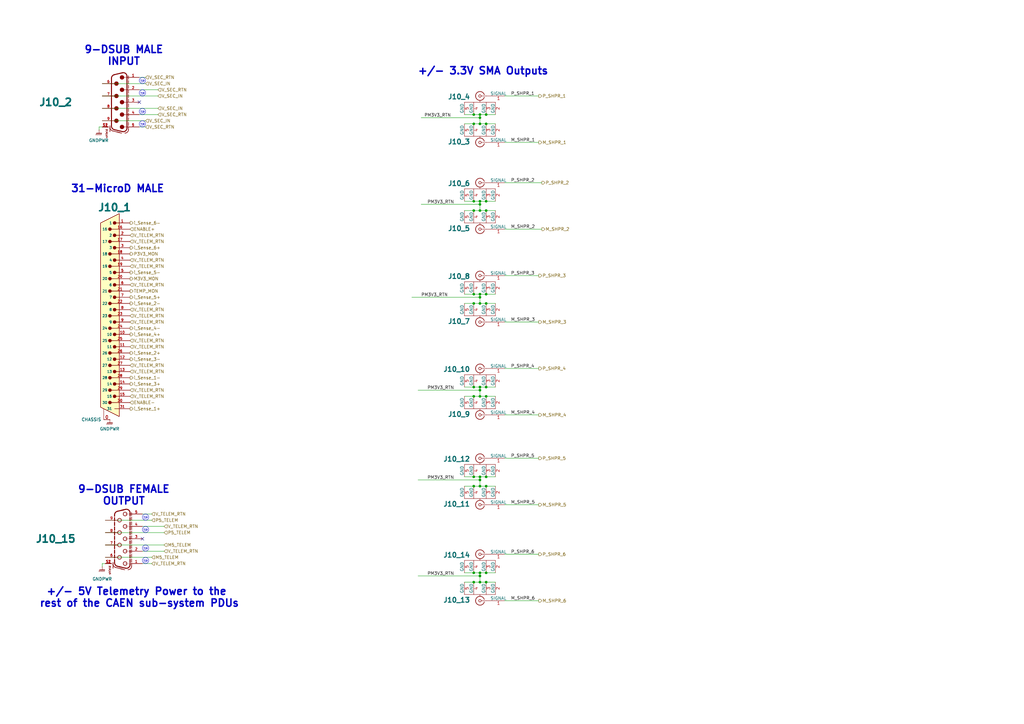
<source format=kicad_sch>
(kicad_sch (version 20250114) (generator "eeschema") (generator_version "9.0")
  (paper "A3")
  (lib_symbols
    (symbol "Adam_Tech:RF2-49B-T-00-50-G-HDW" (pin_names (offset 0))
      (property "Reference" "J" (at 14.732 20.32 0))
      (symbol "RF2-49B-T-00-50-G-HDW_1_1"
        (pin unspecified line (at 7.62 16.51 0) (length 5.08) (name "SIGNAL") (number "1"))
        (pin power_in line (at 11.43 8.89 90) (length 5.08) (name "GND") (number "2"))
        (pin power_in line (at 15.24 8.89 90) (length 5.08) (name "GND") (number "3"))
        (pin power_in line (at 20.32 8.89 90) (length 5.08) (name "GND") (number "4"))
        (pin power_in line (at 24.13 8.89 90) (length 5.08) (name "GND") (number "5"))
      )
      (symbol "RF2-49B-T-00-50-G-HDW_1_2"
        (pin unspecified line (at 0 0 0) (length 5.08) (name "SIGNAL") (number "1"))
        (pin unspecified line (at 0 -2.54 0) (length 5.08) (name "GND") (number "2"))
        (pin unspecified line (at 0 -5.08 0) (length 5.08) (name "GND") (number "3"))
        (pin unspecified line (at 0 -7.62 0) (length 5.08) (name "GND") (number "4"))
        (pin unspecified line (at 0 -10.16 0) (length 5.08) (name "GND") (number "5"))
      )
    )
    (symbol "Cinch_Connectivity:M83513_13-E01NP_MALE" (pin_names (offset 1.016))
      (property "Reference" "J" (at -8.89 44.45 0))
      (property "Value" "M83513_13-E01NP_MALE" (at -8.89 41.91 0))
      (symbol "M83513_13-E01NP_MALE_0_0"
        (pin bidirectional line (at -0.635 36.83 180) (length 6.35) (name "1") (number "1"))
        (pin bidirectional line (at -0.635 34.29 180) (length 8.255) (name "16") (number "16"))
        (pin bidirectional line (at -0.635 31.75 180) (length 6.35) (name "2") (number "2"))
        (pin bidirectional line (at -0.635 29.21 180) (length 8.255) (name "17") (number "17"))
        (pin bidirectional line (at -0.635 26.67 180) (length 6.35) (name "3") (number "3"))
        (pin bidirectional line (at -0.635 24.13 180) (length 8.255) (name "18") (number "18"))
        (pin bidirectional line (at -0.635 21.59 180) (length 6.35) (name "4") (number "4"))
        (pin bidirectional line (at -0.635 19.05 180) (length 8.255) (name "19") (number "19"))
        (pin bidirectional line (at -0.635 16.51 180) (length 6.35) (name "5") (number "5"))
        (pin bidirectional line (at -0.635 13.97 180) (length 8.255) (name "20") (number "20"))
        (pin bidirectional line (at -0.635 11.43 180) (length 6.35) (name "6") (number "6"))
        (pin bidirectional line (at -0.635 8.89 180) (length 8.255) (name "21") (number "21"))
        (pin bidirectional line (at -0.635 6.35 180) (length 6.35) (name "7") (number "7"))
        (pin bidirectional line (at -0.635 3.81 180) (length 8.255) (name "22") (number "22"))
        (pin bidirectional line (at -0.635 1.27 180) (length 6.35) (name "8") (number "8"))
        (pin bidirectional line (at -0.635 -1.27 180) (length 8.255) (name "23") (number "23"))
        (pin bidirectional line (at -0.635 -3.81 180) (length 6.35) (name "9") (number "9"))
        (pin bidirectional line (at -0.635 -8.89 180) (length 6.35) (name "10") (number "10"))
        (pin bidirectional line (at -0.635 -11.43 180) (length 8.255) (name "25") (number "25"))
        (pin bidirectional line (at -0.635 -13.97 180) (length 6.35) (name "11") (number "11"))
        (pin bidirectional line (at -0.635 -16.51 180) (length 8.255) (name "26") (number "26"))
        (pin bidirectional line (at -0.635 -19.05 180) (length 6.35) (name "12") (number "12"))
        (pin bidirectional line (at -0.635 -21.59 180) (length 8.255) (name "27") (number "27"))
        (pin bidirectional line (at -0.635 -24.13 180) (length 6.35) (name "13") (number "13"))
        (pin bidirectional line (at -0.635 -26.67 180) (length 8.255) (name "28") (number "28"))
        (pin bidirectional line (at -0.635 -29.21 180) (length 6.35) (name "14") (number "14"))
        (pin bidirectional line (at -0.635 -31.75 180) (length 8.255) (name "29") (number "29"))
        (pin bidirectional line (at -0.635 -34.29 180) (length 6.35) (name "15") (number "15"))
        (pin bidirectional line (at -0.635 -36.83 180) (length 8.255) (name "30") (number "30"))
        (pin bidirectional line (at -0.635 -39.37 180) (length 6.35) (name "31") (number "31"))
      )
      (symbol "M83513_13-E01NP_MALE_1_0"
        (pin bidirectional line (at -0.635 -6.35 180) (length 8.255) (name "24") (number "24"))
      )
      (symbol "M83513_13-E01NP_MALE_1_1"
        (pin passive line (at -8.89 -43.815 180) (length 2.54) (name "CHASSIS") (number "0"))
      )
    )
    (symbol "RF2-49B-T-00-50-G-HDW_1" (pin_names (offset 0))
      (property "Reference" "J" (at 14.732 20.32 0))
      (symbol "RF2-49B-T-00-50-G-HDW_1_1_1"
        (pin unspecified line (at 7.62 16.51 0) (length 5.08) (name "SIGNAL") (number "1"))
        (pin power_in line (at 11.43 8.89 90) (length 5.08) (name "GND") (number "2"))
        (pin power_in line (at 15.24 8.89 90) (length 5.08) (name "GND") (number "3"))
        (pin power_in line (at 20.32 8.89 90) (length 5.08) (name "GND") (number "4"))
        (pin power_in line (at 24.13 8.89 90) (length 5.08) (name "GND") (number "5"))
      )
      (symbol "RF2-49B-T-00-50-G-HDW_1_1_2"
        (pin unspecified line (at 0 0 0) (length 5.08) (name "SIGNAL") (number "1"))
        (pin unspecified line (at 0 -2.54 0) (length 5.08) (name "GND") (number "2"))
        (pin unspecified line (at 0 -5.08 0) (length 5.08) (name "GND") (number "3"))
        (pin unspecified line (at 0 -7.62 0) (length 5.08) (name "GND") (number "4"))
        (pin unspecified line (at 0 -10.16 0) (length 5.08) (name "GND") (number "5"))
      )
    )
    (symbol "RF2-49B-T-00-50-G-HDW_10" (pin_names (offset 0))
      (property "Reference" "J" (at 14.732 20.32 0))
      (symbol "RF2-49B-T-00-50-G-HDW_10_1_1"
        (pin unspecified line (at 7.62 16.51 0) (length 5.08) (name "SIGNAL") (number "1"))
        (pin power_in line (at 11.43 8.89 90) (length 5.08) (name "GND") (number "2"))
        (pin power_in line (at 15.24 8.89 90) (length 5.08) (name "GND") (number "3"))
        (pin power_in line (at 20.32 8.89 90) (length 5.08) (name "GND") (number "4"))
        (pin power_in line (at 24.13 8.89 90) (length 5.08) (name "GND") (number "5"))
      )
      (symbol "RF2-49B-T-00-50-G-HDW_10_1_2"
        (pin unspecified line (at 0 0 0) (length 5.08) (name "SIGNAL") (number "1"))
        (pin unspecified line (at 0 -2.54 0) (length 5.08) (name "GND") (number "2"))
        (pin unspecified line (at 0 -5.08 0) (length 5.08) (name "GND") (number "3"))
        (pin unspecified line (at 0 -7.62 0) (length 5.08) (name "GND") (number "4"))
        (pin unspecified line (at 0 -10.16 0) (length 5.08) (name "GND") (number "5"))
      )
    )
    (symbol "RF2-49B-T-00-50-G-HDW_11" (pin_names (offset 0))
      (property "Reference" "J" (at 14.732 20.32 0))
      (symbol "RF2-49B-T-00-50-G-HDW_11_1_1"
        (pin unspecified line (at 7.62 16.51 0) (length 5.08) (name "SIGNAL") (number "1"))
        (pin power_in line (at 11.43 8.89 90) (length 5.08) (name "GND") (number "2"))
        (pin power_in line (at 15.24 8.89 90) (length 5.08) (name "GND") (number "3"))
        (pin power_in line (at 20.32 8.89 90) (length 5.08) (name "GND") (number "4"))
        (pin power_in line (at 24.13 8.89 90) (length 5.08) (name "GND") (number "5"))
      )
      (symbol "RF2-49B-T-00-50-G-HDW_11_1_2"
        (pin unspecified line (at 0 0 0) (length 5.08) (name "SIGNAL") (number "1"))
        (pin unspecified line (at 0 -2.54 0) (length 5.08) (name "GND") (number "2"))
        (pin unspecified line (at 0 -5.08 0) (length 5.08) (name "GND") (number "3"))
        (pin unspecified line (at 0 -7.62 0) (length 5.08) (name "GND") (number "4"))
        (pin unspecified line (at 0 -10.16 0) (length 5.08) (name "GND") (number "5"))
      )
    )
    (symbol "RF2-49B-T-00-50-G-HDW_2" (pin_names (offset 0))
      (property "Reference" "J" (at 14.732 20.32 0))
      (symbol "RF2-49B-T-00-50-G-HDW_2_1_1"
        (pin unspecified line (at 7.62 16.51 0) (length 5.08) (name "SIGNAL") (number "1"))
        (pin power_in line (at 11.43 8.89 90) (length 5.08) (name "GND") (number "2"))
        (pin power_in line (at 15.24 8.89 90) (length 5.08) (name "GND") (number "3"))
        (pin power_in line (at 20.32 8.89 90) (length 5.08) (name "GND") (number "4"))
        (pin power_in line (at 24.13 8.89 90) (length 5.08) (name "GND") (number "5"))
      )
      (symbol "RF2-49B-T-00-50-G-HDW_2_1_2"
        (pin unspecified line (at 0 0 0) (length 5.08) (name "SIGNAL") (number "1"))
        (pin unspecified line (at 0 -2.54 0) (length 5.08) (name "GND") (number "2"))
        (pin unspecified line (at 0 -5.08 0) (length 5.08) (name "GND") (number "3"))
        (pin unspecified line (at 0 -7.62 0) (length 5.08) (name "GND") (number "4"))
        (pin unspecified line (at 0 -10.16 0) (length 5.08) (name "GND") (number "5"))
      )
    )
    (symbol "RF2-49B-T-00-50-G-HDW_3" (pin_names (offset 0))
      (property "Reference" "J" (at 14.732 20.32 0))
      (symbol "RF2-49B-T-00-50-G-HDW_3_1_1"
        (pin unspecified line (at 7.62 16.51 0) (length 5.08) (name "SIGNAL") (number "1"))
        (pin power_in line (at 11.43 8.89 90) (length 5.08) (name "GND") (number "2"))
        (pin power_in line (at 15.24 8.89 90) (length 5.08) (name "GND") (number "3"))
        (pin power_in line (at 20.32 8.89 90) (length 5.08) (name "GND") (number "4"))
        (pin power_in line (at 24.13 8.89 90) (length 5.08) (name "GND") (number "5"))
      )
      (symbol "RF2-49B-T-00-50-G-HDW_3_1_2"
        (pin unspecified line (at 0 0 0) (length 5.08) (name "SIGNAL") (number "1"))
        (pin unspecified line (at 0 -2.54 0) (length 5.08) (name "GND") (number "2"))
        (pin unspecified line (at 0 -5.08 0) (length 5.08) (name "GND") (number "3"))
        (pin unspecified line (at 0 -7.62 0) (length 5.08) (name "GND") (number "4"))
        (pin unspecified line (at 0 -10.16 0) (length 5.08) (name "GND") (number "5"))
      )
    )
    (symbol "RF2-49B-T-00-50-G-HDW_4" (pin_names (offset 0))
      (property "Reference" "J" (at 14.732 20.32 0))
      (symbol "RF2-49B-T-00-50-G-HDW_4_1_1"
        (pin unspecified line (at 7.62 16.51 0) (length 5.08) (name "SIGNAL") (number "1"))
        (pin power_in line (at 11.43 8.89 90) (length 5.08) (name "GND") (number "2"))
        (pin power_in line (at 15.24 8.89 90) (length 5.08) (name "GND") (number "3"))
        (pin power_in line (at 20.32 8.89 90) (length 5.08) (name "GND") (number "4"))
        (pin power_in line (at 24.13 8.89 90) (length 5.08) (name "GND") (number "5"))
      )
      (symbol "RF2-49B-T-00-50-G-HDW_4_1_2"
        (pin unspecified line (at 0 0 0) (length 5.08) (name "SIGNAL") (number "1"))
        (pin unspecified line (at 0 -2.54 0) (length 5.08) (name "GND") (number "2"))
        (pin unspecified line (at 0 -5.08 0) (length 5.08) (name "GND") (number "3"))
        (pin unspecified line (at 0 -7.62 0) (length 5.08) (name "GND") (number "4"))
        (pin unspecified line (at 0 -10.16 0) (length 5.08) (name "GND") (number "5"))
      )
    )
    (symbol "RF2-49B-T-00-50-G-HDW_5" (pin_names (offset 0))
      (property "Reference" "J" (at 14.732 20.32 0))
      (symbol "RF2-49B-T-00-50-G-HDW_5_1_1"
        (pin unspecified line (at 7.62 16.51 0) (length 5.08) (name "SIGNAL") (number "1"))
        (pin power_in line (at 11.43 8.89 90) (length 5.08) (name "GND") (number "2"))
        (pin power_in line (at 15.24 8.89 90) (length 5.08) (name "GND") (number "3"))
        (pin power_in line (at 20.32 8.89 90) (length 5.08) (name "GND") (number "4"))
        (pin power_in line (at 24.13 8.89 90) (length 5.08) (name "GND") (number "5"))
      )
      (symbol "RF2-49B-T-00-50-G-HDW_5_1_2"
        (pin unspecified line (at 0 0 0) (length 5.08) (name "SIGNAL") (number "1"))
        (pin unspecified line (at 0 -2.54 0) (length 5.08) (name "GND") (number "2"))
        (pin unspecified line (at 0 -5.08 0) (length 5.08) (name "GND") (number "3"))
        (pin unspecified line (at 0 -7.62 0) (length 5.08) (name "GND") (number "4"))
        (pin unspecified line (at 0 -10.16 0) (length 5.08) (name "GND") (number "5"))
      )
    )
    (symbol "RF2-49B-T-00-50-G-HDW_6" (pin_names (offset 0))
      (property "Reference" "J" (at 14.732 20.32 0))
      (symbol "RF2-49B-T-00-50-G-HDW_6_1_1"
        (pin unspecified line (at 7.62 16.51 0) (length 5.08) (name "SIGNAL") (number "1"))
        (pin power_in line (at 11.43 8.89 90) (length 5.08) (name "GND") (number "2"))
        (pin power_in line (at 15.24 8.89 90) (length 5.08) (name "GND") (number "3"))
        (pin power_in line (at 20.32 8.89 90) (length 5.08) (name "GND") (number "4"))
        (pin power_in line (at 24.13 8.89 90) (length 5.08) (name "GND") (number "5"))
      )
      (symbol "RF2-49B-T-00-50-G-HDW_6_1_2"
        (pin unspecified line (at 0 0 0) (length 5.08) (name "SIGNAL") (number "1"))
        (pin unspecified line (at 0 -2.54 0) (length 5.08) (name "GND") (number "2"))
        (pin unspecified line (at 0 -5.08 0) (length 5.08) (name "GND") (number "3"))
        (pin unspecified line (at 0 -7.62 0) (length 5.08) (name "GND") (number "4"))
        (pin unspecified line (at 0 -10.16 0) (length 5.08) (name "GND") (number "5"))
      )
    )
    (symbol "RF2-49B-T-00-50-G-HDW_7" (pin_names (offset 0))
      (property "Reference" "J" (at 14.732 20.32 0))
      (symbol "RF2-49B-T-00-50-G-HDW_7_1_1"
        (pin unspecified line (at 7.62 16.51 0) (length 5.08) (name "SIGNAL") (number "1"))
        (pin power_in line (at 11.43 8.89 90) (length 5.08) (name "GND") (number "2"))
        (pin power_in line (at 15.24 8.89 90) (length 5.08) (name "GND") (number "3"))
        (pin power_in line (at 20.32 8.89 90) (length 5.08) (name "GND") (number "4"))
        (pin power_in line (at 24.13 8.89 90) (length 5.08) (name "GND") (number "5"))
      )
      (symbol "RF2-49B-T-00-50-G-HDW_7_1_2"
        (pin unspecified line (at 0 0 0) (length 5.08) (name "SIGNAL") (number "1"))
        (pin unspecified line (at 0 -2.54 0) (length 5.08) (name "GND") (number "2"))
        (pin unspecified line (at 0 -5.08 0) (length 5.08) (name "GND") (number "3"))
        (pin unspecified line (at 0 -7.62 0) (length 5.08) (name "GND") (number "4"))
        (pin unspecified line (at 0 -10.16 0) (length 5.08) (name "GND") (number "5"))
      )
    )
    (symbol "RF2-49B-T-00-50-G-HDW_8" (pin_names (offset 0))
      (property "Reference" "J" (at 14.732 20.32 0))
      (symbol "RF2-49B-T-00-50-G-HDW_8_1_1"
        (pin unspecified line (at 7.62 16.51 0) (length 5.08) (name "SIGNAL") (number "1"))
        (pin power_in line (at 11.43 8.89 90) (length 5.08) (name "GND") (number "2"))
        (pin power_in line (at 15.24 8.89 90) (length 5.08) (name "GND") (number "3"))
        (pin power_in line (at 20.32 8.89 90) (length 5.08) (name "GND") (number "4"))
        (pin power_in line (at 24.13 8.89 90) (length 5.08) (name "GND") (number "5"))
      )
      (symbol "RF2-49B-T-00-50-G-HDW_8_1_2"
        (pin unspecified line (at 0 0 0) (length 5.08) (name "SIGNAL") (number "1"))
        (pin unspecified line (at 0 -2.54 0) (length 5.08) (name "GND") (number "2"))
        (pin unspecified line (at 0 -5.08 0) (length 5.08) (name "GND") (number "3"))
        (pin unspecified line (at 0 -7.62 0) (length 5.08) (name "GND") (number "4"))
        (pin unspecified line (at 0 -10.16 0) (length 5.08) (name "GND") (number "5"))
      )
    )
    (symbol "RF2-49B-T-00-50-G-HDW_9" (pin_names (offset 0))
      (property "Reference" "J" (at 14.732 20.32 0))
      (symbol "RF2-49B-T-00-50-G-HDW_9_1_1"
        (pin unspecified line (at 7.62 16.51 0) (length 5.08) (name "SIGNAL") (number "1"))
        (pin power_in line (at 11.43 8.89 90) (length 5.08) (name "GND") (number "2"))
        (pin power_in line (at 15.24 8.89 90) (length 5.08) (name "GND") (number "3"))
        (pin power_in line (at 20.32 8.89 90) (length 5.08) (name "GND") (number "4"))
        (pin power_in line (at 24.13 8.89 90) (length 5.08) (name "GND") (number "5"))
      )
      (symbol "RF2-49B-T-00-50-G-HDW_9_1_2"
        (pin unspecified line (at 0 0 0) (length 5.08) (name "SIGNAL") (number "1"))
        (pin unspecified line (at 0 -2.54 0) (length 5.08) (name "GND") (number "2"))
        (pin unspecified line (at 0 -5.08 0) (length 5.08) (name "GND") (number "3"))
        (pin unspecified line (at 0 -7.62 0) (length 5.08) (name "GND") (number "4"))
        (pin unspecified line (at 0 -10.16 0) (length 5.08) (name "GND") (number "5"))
      )
    )
    (symbol "Wurth_Elektronik:6180XX231121_618009231121" (pin_names (offset 1.016))
      (property "Reference" "J" (at 13.78 1.66 0))
      (symbol "6180XX231121_618009231121_0_0"
        (text "shield" (at 10.9 -5.32 0) (effects (font (size 0.8128 0.8128)) (justify left bottom)))
        (pin bidirectional line (at -10.16 7.62 270) (length 5.08) (name "~") (number "5"))
        (pin bidirectional line (at -7.62 -7.62 90) (length 5.08) (name "~") (number "9"))
        (pin bidirectional line (at -5.08 7.62 270) (length 5.08) (name "~") (number "4"))
        (pin bidirectional line (at -2.54 -7.62 90) (length 5.08) (name "~") (number "8"))
        (pin bidirectional line (at 0 7.62 270) (length 5.08) (name "~") (number "3"))
        (pin bidirectional line (at 2.54 -7.62 90) (length 5.08) (name "~") (number "7"))
        (pin bidirectional line (at 5.08 7.62 270) (length 5.08) (name "~") (number "2"))
        (pin bidirectional line (at 10.16 7.62 270) (length 5.08) (name "~") (number "1"))
        (pin bidirectional line (at 10.16 -7.62 90) (length 2.54) (name "~") (number "S2"))
      )
      (symbol "6180XX231121_618009231121_1_0"
        (pin bidirectional line (at 7.62 -7.62 90) (length 5.08) (name "~") (number "6"))
        (pin bidirectional line (at 10.16 -7.62 90) (length 2.54) (name "~") (number "S1"))
      )
    )
    (symbol "Wurth_Elektronik:6180XX231221_618009231221" (pin_names (offset 1.016))
      (property "Reference" "J" (at 13.78 1.66 0))
      (symbol "6180XX231221_618009231221_0_0"
        (text "shield" (at 10.9 -5.32 0) (effects (font (size 0.8128 0.8128)) (justify left bottom)))
        (pin bidirectional line (at -10.16 7.62 270) (length 5.08) (name "~") (number "1"))
        (pin bidirectional line (at -7.62 -7.62 90) (length 5.08) (name "~") (number "6"))
        (pin bidirectional line (at -5.08 7.62 270) (length 5.08) (name "~") (number "2"))
        (pin bidirectional line (at -2.54 -7.62 90) (length 5.08) (name "~") (number "7"))
        (pin bidirectional line (at 0 7.62 270) (length 5.08) (name "~") (number "3"))
        (pin bidirectional line (at 2.54 -7.62 90) (length 5.08) (name "~") (number "8"))
        (pin bidirectional line (at 5.08 7.62 270) (length 5.08) (name "~") (number "4"))
        (pin bidirectional line (at 7.62 -7.62 90) (length 5.08) (name "~") (number "9"))
        (pin bidirectional line (at 10.16 7.62 270) (length 5.08) (name "~") (number "5"))
        (pin bidirectional line (at 10.16 -7.62 90) (length 2.54) (name "~") (number "S1"))
        (pin bidirectional line (at 10.16 -7.62 90) (length 2.54) (name "~") (number "S2"))
      )
    )
    (symbol "power:GNDPWR" (power) (pin_numbers (hide yes)) (pin_names (offset 0) (hide yes))
      (property "Value" "GNDPWR" (at 0 -3.302 0))
      (symbol "GNDPWR_1_1"
        (pin power_in line (at 0 0 270) (length 0) (name "~") (number "1"))
      )
    )
  )
  (circle (center 59.69 224.79) (radius 1.27))
  (circle (center 59.69 217.17) (radius 1.27))
  (circle (center 58.42 38.1) (radius 1.27))
  (circle (center 58.42 45.72) (radius 1.27))
  (circle (center 59.69 229.87) (radius 1.27))
  (circle (center 58.42 33.02) (radius 1.27))
  (circle (center 58.42 50.8) (radius 1.27))
  (circle (center 59.69 212.09) (radius 1.27))
  (text "TP" (at 58.42 50.8 0) (effects (font (size 1 1)) (justify top)))
  (text "TP" (at 59.69 212.09 0) (effects (font (size 1 1)) (justify top)))
  (text "+/- 3.3V SMA Outputs" (at 198.12 29.21 0) (effects (font (size 3 3) (thickness 0.6) (bold yes))))
  (text "TP" (at 59.69 224.79 0) (effects (font (size 1 1)) (justify top)))
  (text "TP" (at 59.69 217.17 0) (effects (font (size 1 1)) (justify top)))
  (text "9-DSUB FEMALE\nOUTPUT" (at 50.8 203.2 0) (effects (font (size 3 3) (thickness 0.6) (bold yes))))
  (text "+/- 5V Telemetry Power to the \nrest of the CAEN sub-system PDUs" (at 57.15 245.11 0) (effects (font (size 3 3) (thickness 0.6) (bold yes))))
  (text "TP" (at 59.69 229.87 0) (effects (font (size 1 1)) (justify top)))
  (text "TP" (at 58.42 45.72 0) (effects (font (size 1 1)) (justify top)))
  (text "9-DSUB MALE\nINPUT" (at 50.8 22.86 0) (effects (font (size 3 3) (thickness 0.6) (bold yes))))
  (text "31-MicroD MALE" (at 48.26 77.47 0) (effects (font (size 3 3) (thickness 0.6) (bold yes))))
  (text "TP" (at 58.42 38.1 0) (effects (font (size 1 1)) (justify top)))
  (text "TP" (at 58.42 33.02 0) (effects (font (size 1 1)) (justify top)))
  (junction (at 194.31 50.8))
  (junction (at 194.31 195.58))
  (junction (at 199.39 120.65))
  (junction (at 196.85 196.85))
  (junction (at 199.39 234.95))
  (junction (at 196.85 50.8))
  (junction (at 194.31 234.95))
  (junction (at 199.39 86.36))
  (junction (at 199.39 158.75))
  (junction (at 196.85 160.02))
  (junction (at 196.85 236.22))
  (junction (at 194.31 158.75))
  (junction (at 196.85 46.99))
  (junction (at 196.85 120.65))
  (junction (at 199.39 199.39))
  (junction (at 194.31 238.76))
  (junction (at 194.31 199.39))
  (junction (at 194.31 120.65))
  (junction (at 196.85 48.26))
  (junction (at 199.39 238.76))
  (junction (at 199.39 162.56))
  (junction (at 194.31 86.36))
  (junction (at 194.31 124.46))
  (junction (at 196.85 234.95))
  (junction (at 196.85 121.92))
  (junction (at 196.85 238.76))
  (junction (at 196.85 195.58))
  (junction (at 199.39 124.46))
  (junction (at 196.85 158.75))
  (junction (at 194.31 82.55))
  (junction (at 199.39 50.8))
  (junction (at 199.39 195.58))
  (junction (at 194.31 162.56))
  (junction (at 199.39 46.99))
  (junction (at 196.85 82.55))
  (junction (at 196.85 86.36))
  (junction (at 196.85 199.39))
  (junction (at 196.85 83.82))
  (junction (at 196.85 162.56))
  (junction (at 196.85 124.46))
  (junction (at 194.31 46.99))
  (junction (at 199.39 82.55))
  (no_connect (at 57.15 41.91))
  (no_connect (at 58.42 220.98))
  (wire (pts (xy 171.45 236.22) (xy 196.85 236.22)))
  (wire (pts (xy 194.31 158.75) (xy 196.85 158.75)))
  (wire (pts (xy 196.85 160.02) (xy 196.85 162.56)))
  (wire (pts (xy 172.72 48.26) (xy 196.85 48.26)))
  (wire (pts (xy 207.01 227.33) (xy 220.98 227.33)))
  (wire (pts (xy 196.85 162.56) (xy 199.39 162.56)))
  (wire (pts (xy 196.85 86.36) (xy 199.39 86.36)))
  (wire (pts (xy 196.85 50.8) (xy 199.39 50.8)))
  (wire (pts (xy 194.31 238.76) (xy 196.85 238.76)))
  (wire (pts (xy 40.64 52.07) (xy 41.91 52.07)))
  (wire (pts (xy 196.85 120.65) (xy 199.39 120.65)))
  (wire (pts (xy 196.85 196.85) (xy 196.85 199.39)))
  (wire (pts (xy 64.77 44.45) (xy 41.91 44.45)))
  (wire (pts (xy 199.39 234.95) (xy 203.2 234.95)))
  (wire (pts (xy 207.01 113.03) (xy 220.98 113.03)))
  (wire (pts (xy 196.85 238.76) (xy 199.39 238.76)))
  (wire (pts (xy 196.85 120.65) (xy 196.85 121.92)))
  (wire (pts (xy 196.85 82.55) (xy 196.85 83.82)))
  (wire (pts (xy 207.01 187.96) (xy 220.98 187.96)))
  (wire (pts (xy 196.85 124.46) (xy 199.39 124.46)))
  (wire (pts (xy 207.01 58.42) (xy 220.98 58.42)))
  (wire (pts (xy 62.23 210.82) (xy 58.42 210.82)))
  (wire (pts (xy 196.85 199.39) (xy 199.39 199.39)))
  (wire (pts (xy 196.85 46.99) (xy 199.39 46.99)))
  (wire (pts (xy 196.85 234.95) (xy 199.39 234.95)))
  (wire (pts (xy 171.45 160.02) (xy 196.85 160.02)))
  (wire (pts (xy 194.31 234.95) (xy 196.85 234.95)))
  (wire (pts (xy 194.31 195.58) (xy 196.85 195.58)))
  (wire (pts (xy 194.31 199.39) (xy 196.85 199.39)))
  (wire (pts (xy 196.85 83.82) (xy 196.85 86.36)))
  (wire (pts (xy 199.39 124.46) (xy 203.2 124.46)))
  (wire (pts (xy 190.5 124.46) (xy 194.31 124.46)))
  (wire (pts (xy 207.01 39.37) (xy 220.98 39.37)))
  (wire (pts (xy 207.01 170.18) (xy 220.98 170.18)))
  (wire (pts (xy 59.69 34.29) (xy 41.91 34.29)))
  (wire (pts (xy 194.31 82.55) (xy 196.85 82.55)))
  (wire (pts (xy 199.39 199.39) (xy 203.2 199.39)))
  (wire (pts (xy 190.5 120.65) (xy 194.31 120.65)))
  (wire (pts (xy 59.69 49.53) (xy 41.91 49.53)))
  (wire (pts (xy 199.39 120.65) (xy 203.2 120.65)))
  (wire (pts (xy 190.5 195.58) (xy 194.31 195.58)))
  (wire (pts (xy 196.85 46.99) (xy 196.85 48.26)))
  (wire (pts (xy 40.64 53.34) (xy 40.64 52.07)))
  (wire (pts (xy 196.85 82.55) (xy 199.39 82.55)))
  (wire (pts (xy 168.91 121.92) (xy 196.85 121.92)))
  (wire (pts (xy 190.5 158.75) (xy 194.31 158.75)))
  (wire (pts (xy 59.69 31.75) (xy 57.15 31.75)))
  (wire (pts (xy 194.31 50.8) (xy 196.85 50.8)))
  (wire (pts (xy 196.85 158.75) (xy 199.39 158.75)))
  (wire (pts (xy 64.77 46.99) (xy 57.15 46.99)))
  (wire (pts (xy 172.72 83.82) (xy 196.85 83.82)))
  (wire (pts (xy 199.39 82.55) (xy 203.2 82.55)))
  (wire (pts (xy 64.77 39.37) (xy 41.91 39.37)))
  (wire (pts (xy 190.5 234.95) (xy 194.31 234.95)))
  (wire (pts (xy 190.5 82.55) (xy 194.31 82.55)))
  (wire (pts (xy 196.85 195.58) (xy 199.39 195.58)))
  (wire (pts (xy 207.01 93.98) (xy 222.25 93.98)))
  (wire (pts (xy 196.85 121.92) (xy 196.85 124.46)))
  (wire (pts (xy 196.85 158.75) (xy 196.85 160.02)))
  (wire (pts (xy 190.5 46.99) (xy 194.31 46.99)))
  (wire (pts (xy 196.85 195.58) (xy 196.85 196.85)))
  (wire (pts (xy 67.31 218.44) (xy 43.18 218.44)))
  (wire (pts (xy 190.5 238.76) (xy 194.31 238.76)))
  (wire (pts (xy 190.5 86.36) (xy 194.31 86.36)))
  (wire (pts (xy 199.39 238.76) (xy 203.2 238.76)))
  (wire (pts (xy 196.85 48.26) (xy 196.85 50.8)))
  (wire (pts (xy 64.77 36.83) (xy 57.15 36.83)))
  (wire (pts (xy 194.31 46.99) (xy 196.85 46.99)))
  (wire (pts (xy 207.01 151.13) (xy 220.98 151.13)))
  (wire (pts (xy 190.5 162.56) (xy 194.31 162.56)))
  (wire (pts (xy 194.31 124.46) (xy 196.85 124.46)))
  (wire (pts (xy 43.18 231.14) (xy 41.91 231.14)))
  (wire (pts (xy 190.5 199.39) (xy 194.31 199.39)))
  (wire (pts (xy 199.39 46.99) (xy 203.2 46.99)))
  (wire (pts (xy 62.23 213.36) (xy 43.18 213.36)))
  (wire (pts (xy 67.31 223.52) (xy 43.18 223.52)))
  (wire (pts (xy 59.69 52.07) (xy 57.15 52.07)))
  (wire (pts (xy 199.39 86.36) (xy 203.2 86.36)))
  (wire (pts (xy 196.85 234.95) (xy 196.85 236.22)))
  (wire (pts (xy 196.85 236.22) (xy 196.85 238.76)))
  (wire (pts (xy 62.23 228.6) (xy 43.18 228.6)))
  (wire (pts (xy 67.31 215.9) (xy 58.42 215.9)))
  (wire (pts (xy 207.01 246.38) (xy 220.98 246.38)))
  (wire (pts (xy 207.01 132.08) (xy 220.98 132.08)))
  (wire (pts (xy 199.39 50.8) (xy 203.2 50.8)))
  (wire (pts (xy 194.31 86.36) (xy 196.85 86.36)))
  (wire (pts (xy 62.23 231.14) (xy 58.42 231.14)))
  (wire (pts (xy 190.5 50.8) (xy 194.31 50.8)))
  (wire (pts (xy 194.31 162.56) (xy 196.85 162.56)))
  (wire (pts (xy 199.39 158.75) (xy 203.2 158.75)))
  (wire (pts (xy 207.01 207.01) (xy 220.98 207.01)))
  (wire (pts (xy 199.39 195.58) (xy 203.2 195.58)))
  (wire (pts (xy 207.01 74.93) (xy 222.25 74.93)))
  (wire (pts (xy 194.31 120.65) (xy 196.85 120.65)))
  (wire (pts (xy 41.91 231.14) (xy 41.91 232.41)))
  (wire (pts (xy 199.39 162.56) (xy 203.2 162.56)))
  (wire (pts (xy 171.45 196.85) (xy 196.85 196.85)))
  (wire (pts (xy 67.31 226.06) (xy 58.42 226.06)))
  (label "PM3V3_RTN" (at 175.26 236.22 0))
  (label "P_SHPR_4" (at 209.55 151.13 0))
  (label "M_SHPR_5" (at 209.55 207.01 0))
  (label "PM3V3_RTN" (at 175.26 160.02 0))
  (label "M_SHPR_4" (at 209.55 170.18 0))
  (label "M_SHPR_1" (at 209.55 58.42 0))
  (label "P_SHPR_1" (at 209.55 39.37 0))
  (label "P_SHPR_2" (at 209.55 74.93 0))
  (label "PM3V3_RTN" (at 175.26 83.82 0))
  (label "P_SHPR_6" (at 209.55 227.33 0))
  (label "PM3V3_RTN" (at 172.72 121.92 0))
  (label "M_SHPR_6" (at 209.55 246.38 0))
  (label "M_SHPR_3" (at 209.55 132.08 0))
  (label "P_SHPR_5" (at 209.55 187.96 0))
  (label "P_SHPR_3" (at 209.55 113.03 0))
  (label "PM3V3_RTN" (at 175.26 196.85 0))
  (label "PM3V3_RTN" (at 173.99 48.26 0))
  (label "M_SHPR_2" (at 209.55 93.98 0))
  (hierarchical_label "i_Sense_1+" (shape output) (at 53.34 167.64 0))
  (hierarchical_label "V_SEC_RTN" (shape input) (at 59.69 52.07 0))
  (hierarchical_label "i_Sense_6+" (shape output) (at 53.34 101.6 0))
  (hierarchical_label "V_TELEM_RTN" (shape input) (at 53.34 109.22 0))
  (hierarchical_label "V_TELEM_RTN" (shape input) (at 53.34 142.24 0))
  (hierarchical_label "V_SEC_IN" (shape input) (at 59.69 49.53 0))
  (hierarchical_label "M_SHPR_3" (shape output) (at 220.98 132.08 0))
  (hierarchical_label "P_SHPR_6" (shape output) (at 220.98 227.33 0))
  (hierarchical_label "V_TELEM_RTN" (shape input) (at 53.34 152.4 0))
  (hierarchical_label "M_SHPR_1" (shape output) (at 220.98 58.42 0))
  (hierarchical_label "V_TELEM_RTN" (shape input) (at 53.34 129.54 0))
  (hierarchical_label "V_SEC_RTN" (shape input) (at 59.69 31.75 0))
  (hierarchical_label "V_SEC_IN" (shape input) (at 64.77 44.45 0))
  (hierarchical_label "i_Sense_2+" (shape output) (at 53.34 144.78 0))
  (hierarchical_label "V_TELEM_RTN" (shape input) (at 62.23 231.14 0))
  (hierarchical_label "P_SHPR_5" (shape output) (at 220.98 187.96 0))
  (hierarchical_label "V_TELEM_RTN" (shape input) (at 67.31 226.06 0))
  (hierarchical_label "V_TELEM_RTN" (shape input) (at 53.34 127 0))
  (hierarchical_label "M_SHPR_6" (shape output) (at 220.98 246.38 0))
  (hierarchical_label "V_SEC_RTN" (shape input) (at 64.77 46.99 0))
  (hierarchical_label "M5_TELEM" (shape input) (at 62.23 228.6 0))
  (hierarchical_label "V_TELEM_RTN" (shape input) (at 53.34 99.06 0))
  (hierarchical_label "P_SHPR_2" (shape output) (at 222.25 74.93 0))
  (hierarchical_label "V_TELEM_RTN" (shape input) (at 53.34 116.84 0))
  (hierarchical_label "P5_TELEM" (shape input) (at 67.31 218.44 0))
  (hierarchical_label "V_TELEM_RTN" (shape input) (at 53.34 96.52 0))
  (hierarchical_label "P_SHPR_3" (shape output) (at 220.98 113.03 0))
  (hierarchical_label "V_TELEM_RTN" (shape input) (at 53.34 162.56 0))
  (hierarchical_label "M5_TELEM" (shape input) (at 67.31 223.52 0))
  (hierarchical_label "V_SEC_IN" (shape input) (at 59.69 34.29 0))
  (hierarchical_label "V_SEC_IN" (shape input) (at 64.77 39.37 0))
  (hierarchical_label "V_TELEM_RTN" (shape input) (at 62.23 210.82 0))
  (hierarchical_label "M_SHPR_4" (shape output) (at 220.98 170.18 0))
  (hierarchical_label "P5_TELEM" (shape input) (at 62.23 213.36 0))
  (hierarchical_label "V_TELEM_RTN" (shape input) (at 53.34 106.68 0))
  (hierarchical_label "i_Sense_2-" (shape output) (at 53.34 124.46 0))
  (hierarchical_label "i_Sense_4-" (shape output) (at 53.34 134.62 0))
  (hierarchical_label "i_Sense_3-" (shape output) (at 53.34 147.32 0))
  (hierarchical_label "i_Sense_6-" (shape output) (at 53.34 91.44 0))
  (hierarchical_label "i_Sense_5+" (shape output) (at 53.34 121.92 0))
  (hierarchical_label "V_TELEM_RTN" (shape input) (at 53.34 132.08 0))
  (hierarchical_label "V_SEC_RTN" (shape input) (at 64.77 36.83 0))
  (hierarchical_label "P_SHPR_1" (shape output) (at 220.98 39.37 0))
  (hierarchical_label "P3V3_MON" (shape output) (at 53.34 104.14 0))
  (hierarchical_label "TEMP_MON" (shape output) (at 53.34 119.38 0))
  (hierarchical_label "ENABLE+" (shape input) (at 53.34 93.98 0))
  (hierarchical_label "i_Sense_5-" (shape output) (at 53.34 111.76 0))
  (hierarchical_label "V_TELEM_RTN" (shape input) (at 67.31 215.9 0))
  (hierarchical_label "M3V3_MON" (shape output) (at 53.34 114.3 0))
  (hierarchical_label "i_Sense_1-" (shape output) (at 53.34 154.94 0))
  (hierarchical_label "i_Sense_4+" (shape output) (at 53.34 137.16 0))
  (hierarchical_label "P_SHPR_4" (shape output) (at 220.98 151.13 0))
  (hierarchical_label "V_TELEM_RTN" (shape input) (at 53.34 149.86 0))
  (hierarchical_label "M_SHPR_5" (shape output) (at 220.98 207.01 0))
  (hierarchical_label "V_TELEM_RTN" (shape input) (at 53.34 139.7 0))
  (hierarchical_label "V_TELEM_RTN" (shape input) (at 53.34 160.02 0))
  (hierarchical_label "M_SHPR_2" (shape output) (at 222.25 93.98 0))
  (hierarchical_label "ENABLE-" (shape input) (at 53.34 165.1 0))
  (hierarchical_label "i_Sense_3+" (shape output) (at 53.34 157.48 0))
  (symbol (lib_id "Wurth_Elektronik:6180XX231221_618009231221") (at 49.53 41.91 270) (unit 1)
    (property "Reference" "J10_2" (at 22.86 41.91 90) (effects (font (size 3 3) (thickness 0.6) (bold yes))))
    (property "Value" "618009231221" (effects (hide yes)))
    (property "Footprint" "Wurth_Elektronik:618009231221" (effects (hide yes)))
    (property "Datasheet" "https://www.we-online.com/components/products/datasheet/618009231221.pdf" (effects (hide yes)))
    (property "Description" "9 Position D-Sub Plug, Male Pins Connector" (effects (hide yes)))
    (property "SnapEDA_Link" "https://www.snapeda.com/parts/618009231221/Wurth+Electronics/view-part/?ref=snap" (effects (hide yes)))
    (property "Manufacturer" "Wurth Electronics" (effects (hide yes)))
    (property "Description_1" "09 pins, right angled, 8.08mm, with hex screw" (effects (hide yes)))
    (property "Package" "None" (effects (hide yes)))
    (property "Purchase-URL" "https://www.snapeda.com/api/url_track_click_mouser/?unipart_id=604355&manufacturer=Wurth Electronics&part_name=618009231221&search_term=618009231221" (effects (hide yes)))
    (property "GENDER" "Male" (effects (hide yes)))
    (property "Price" "None" (effects (hide yes)))
    (property "PART-NUMBER" "618009231221" (effects (hide yes)))
    (property "DATASHEET-URL" "https://www.we-online.com/redexpert/spec/618009231221?ae" (effects (hide yes)))
    (property "Man. Part Num" "618009231221" (effects (hide yes)))
    (property "WORKING-VOLTAGE" "125 V(AC)" (effects (hide yes)))
    (property "PINS" "9" (effects (hide yes)))
    (property "WE-NUMBER" "618009231221" (effects (hide yes)))
    (property "TYPE" "Angled" (effects (hide yes)))
    (property "Availability" "In Stock" (effects (hide yes)))
    (property "Check_prices" "https://www.snapeda.com/parts/618009231221/Wurth+Electronics/view-part/?ref=eda" (effects (hide yes)))
    (property "Distributor" "Digikey" (effects (hide yes)))
    (property "Dist. Part Num" "732-618009231221-ND" (effects (hide yes)))
    (property "Part Type" "Through Hole" (effects (hide yes)))
    (property "Gender" "Male" (effects (hide yes)))
    (property "Voltage Rating" "125 V(AC)" (effects (hide yes)))
    (property "Dist. URL" "https://www.digikey.com/en/products/detail/w%C3%BCrth-elektronik/618009231221/10484658?s=N4IgTCBcDaIGwEYAcAGFBOMBmBYwJAF0BfIA" (effects (hide yes)))
  )
  (symbol (lib_name "RF2-49B-T-00-50-G-HDW_7") (lib_id "Adam_Tech:RF2-49B-T-00-50-G-HDW") (at 214.63 41.91 180) (unit 1)
    (property "Reference" "J10_3" (at 193.04 58.1267 0) (effects (font (size 2 2) (thickness 0.4) (bold yes)) (justify left)))
    (property "Value" "RF2-49B-T-00-50-G-HDW" (effects (hide yes)))
    (property "Footprint" "Adam_Tech:CONN_RF2-49B-T-00-50-G-HDW_ADM" (effects (hide yes)))
    (property "Datasheet" "RF2-49B-T-00-50-G-HDW" (effects (hide yes)))
    (property "Description" "SMA Connector Jack, Female Socket 50 Ohms Through Hole, Right Angle Solder" (effects (hide yes)))
    (property "Manufacturer" "Adam Tech" (effects (hide yes)))
  )
  (symbol (lib_name "RF2-49B-T-00-50-G-HDW_11") (lib_id "Adam_Tech:RF2-49B-T-00-50-G-HDW") (at 214.63 243.84 0) (mirror y) (unit 1)
    (property "Reference" "J10_14" (at 193.04 227.6233 0) (effects (font (size 2 2) (thickness 0.4) (bold yes)) (justify left)))
    (property "Value" "RF2-49B-T-00-50-G-HDW" (effects (hide yes)))
    (property "Footprint" "Adam_Tech:CONN_RF2-49B-T-00-50-G-HDW_ADM" (effects (hide yes)))
    (property "Datasheet" "RF2-49B-T-00-50-G-HDW" (effects (hide yes)))
    (property "Description" "SMA Connector Jack, Female Socket 50 Ohms Through Hole, Right Angle Solder" (effects (hide yes)))
    (property "Manufacturer" "Adam Tech" (effects (hide yes)))
  )
  (symbol (lib_name "RF2-49B-T-00-50-G-HDW_9") (lib_id "Adam_Tech:RF2-49B-T-00-50-G-HDW") (at 214.63 204.47 0) (mirror y) (unit 1)
    (property "Reference" "J10_12" (at 193.04 188.2533 0) (effects (font (size 2 2) (thickness 0.4) (bold yes)) (justify left)))
    (property "Value" "RF2-49B-T-00-50-G-HDW" (effects (hide yes)))
    (property "Footprint" "Adam_Tech:CONN_RF2-49B-T-00-50-G-HDW_ADM" (effects (hide yes)))
    (property "Datasheet" "RF2-49B-T-00-50-G-HDW" (effects (hide yes)))
    (property "Description" "SMA Connector Jack, Female Socket 50 Ohms Through Hole, Right Angle Solder" (effects (hide yes)))
    (property "Manufacturer" "Adam Tech" (effects (hide yes)))
  )
  (symbol (lib_id "Cinch_Connectivity:M83513_13-E01NP_MALE") (at 53.975 128.27 0) (unit 1)
    (property "Reference" "J10_1" (at 46.99 85.09 0) (effects (font (size 3 3) (thickness 0.6) (bold yes))))
    (property "Value" "M83513/10-E01CP" (effects (hide yes)))
    (property "Footprint" "M83513_13-E01CP:BEL_M83513_13-E01CP" (effects (hide yes)))
  )
  (symbol (lib_name "RF2-49B-T-00-50-G-HDW_6") (lib_id "Adam_Tech:RF2-49B-T-00-50-G-HDW") (at 214.63 77.47 180) (unit 1)
    (property "Reference" "J10_5" (at 193.04 93.6867 0) (effects (font (size 2 2) (thickness 0.4) (bold yes)) (justify left)))
    (property "Value" "RF2-49B-T-00-50-G-HDW" (effects (hide yes)))
    (property "Footprint" "Adam_Tech:CONN_RF2-49B-T-00-50-G-HDW_ADM" (effects (hide yes)))
    (property "Datasheet" "RF2-49B-T-00-50-G-HDW" (effects (hide yes)))
    (property "Description" "SMA Connector Jack, Female Socket 50 Ohms Through Hole, Right Angle Solder" (effects (hide yes)))
    (property "Manufacturer" "Adam Tech" (effects (hide yes)))
  )
  (symbol (lib_id "Wurth_Elektronik:6180XX231121_618009231121") (at 50.8 220.98 270) (unit 1)
    (property "Reference" "J10_15" (at 22.86 220.98 90) (effects (font (size 3 3) (thickness 0.6) (bold yes))))
    (property "Value" "618009231121" (effects (hide yes)))
    (property "Footprint" "6180XX231121_618009231121:618009231121" (effects (hide yes)))
    (property "Datasheet" "https://www.we-online.com/components/products/datasheet/618009231121.pdf" (effects (hide yes)))
    (property "Description" "9 Position D-Sub Receptacle, Female Sockets Connector" (effects (hide yes)))
    (property "SnapEDA_Link" "https://www.snapeda.com/parts/618009231121/Wurth+Elektronik/view-part/?ref=snap" (effects (hide yes)))
    (property "Manufacturer" "Wurth Elektronik" (effects (hide yes)))
    (property "Gender" "Female" (effects (hide yes)))
  )
  (symbol (lib_name "RF2-49B-T-00-50-G-HDW_3") (lib_id "Adam_Tech:RF2-49B-T-00-50-G-HDW") (at 214.63 115.57 180) (unit 1)
    (property "Reference" "J10_7" (at 193.04 131.7867 0) (effects (font (size 2 2) (thickness 0.4) (bold yes)) (justify left)))
    (property "Value" "RF2-49B-T-00-50-G-HDW" (effects (hide yes)))
    (property "Footprint" "Adam_Tech:CONN_RF2-49B-T-00-50-G-HDW_ADM" (effects (hide yes)))
    (property "Datasheet" "RF2-49B-T-00-50-G-HDW" (effects (hide yes)))
    (property "Description" "SMA Connector Jack, Female Socket 50 Ohms Through Hole, Right Angle Solder" (effects (hide yes)))
    (property "Manufacturer" "Adam Tech" (effects (hide yes)))
  )
  (symbol (lib_id "power:GNDPWR") (at 40.64 53.34 0) (unit 1)
    (property "Reference" "#PWR025" (effects (hide yes)))
    (property "Value" "GNDPWR" (at 40.513 57.6024 0))
    (property "Description" "Power symbol creates a global label with name \"GNDPWR\" , global ground" (effects (hide yes)))
  )
  (symbol (lib_id "Adam_Tech:RF2-49B-T-00-50-G-HDW") (at 214.63 229.87 180) (unit 1)
    (property "Reference" "J10_13" (at 193.04 246.0867 0) (effects (font (size 2 2) (thickness 0.4) (bold yes)) (justify left)))
    (property "Value" "RF2-49B-T-00-50-G-HDW" (effects (hide yes)))
    (property "Footprint" "Adam_Tech:CONN_RF2-49B-T-00-50-G-HDW_ADM" (effects (hide yes)))
    (property "Datasheet" "RF2-49B-T-00-50-G-HDW" (effects (hide yes)))
    (property "Description" "SMA Connector Jack, Female Socket 50 Ohms Through Hole, Right Angle Solder" (effects (hide yes)))
    (property "Manufacturer" "Adam Tech" (effects (hide yes)))
  )
  (symbol (lib_id "power:GNDPWR") (at 45.085 172.085 0) (unit 1)
    (property "Reference" "#PWR023" (effects (hide yes)))
    (property "Value" "GNDPWR" (at 44.958 175.895 0))
    (property "Description" "Power symbol creates a global label with name \"GNDPWR\" , global ground" (effects (hide yes)))
  )
  (symbol (lib_name "RF2-49B-T-00-50-G-HDW_5") (lib_id "Adam_Tech:RF2-49B-T-00-50-G-HDW") (at 214.63 91.44 0) (mirror y) (unit 1)
    (property "Reference" "J10_6" (at 193.04 75.2233 0) (effects (font (size 2 2) (thickness 0.4) (bold yes)) (justify left)))
    (property "Value" "RF2-49B-T-00-50-G-HDW" (effects (hide yes)))
    (property "Footprint" "Adam_Tech:CONN_RF2-49B-T-00-50-G-HDW_ADM" (effects (hide yes)))
    (property "Datasheet" "RF2-49B-T-00-50-G-HDW" (effects (hide yes)))
    (property "Description" "SMA Connector Jack, Female Socket 50 Ohms Through Hole, Right Angle Solder" (effects (hide yes)))
    (property "Manufacturer" "Adam Tech" (effects (hide yes)))
  )
  (symbol (lib_name "RF2-49B-T-00-50-G-HDW_8") (lib_id "Adam_Tech:RF2-49B-T-00-50-G-HDW") (at 214.63 55.88 0) (mirror y) (unit 1)
    (property "Reference" "J10_4" (at 193.04 39.6633 0) (effects (font (size 2 2) (thickness 0.4) (bold yes)) (justify left)))
    (property "Value" "RF2-49B-T-00-50-G-HDW" (effects (hide yes)))
    (property "Footprint" "Adam_Tech:CONN_RF2-49B-T-00-50-G-HDW_ADM" (effects (hide yes)))
    (property "Datasheet" "RF2-49B-T-00-50-G-HDW" (effects (hide yes)))
    (property "Description" "SMA Connector Jack, Female Socket 50 Ohms Through Hole, Right Angle Solder" (effects (hide yes)))
    (property "Manufacturer" "Adam Tech" (effects (hide yes)))
  )
  (symbol (lib_name "RF2-49B-T-00-50-G-HDW_1") (lib_id "Adam_Tech:RF2-49B-T-00-50-G-HDW") (at 214.63 153.67 180) (unit 1)
    (property "Reference" "J10_9" (at 193.04 169.8867 0) (effects (font (size 2 2) (thickness 0.4) (bold yes)) (justify left)))
    (property "Value" "RF2-49B-T-00-50-G-HDW" (effects (hide yes)))
    (property "Footprint" "Adam_Tech:CONN_RF2-49B-T-00-50-G-HDW_ADM" (effects (hide yes)))
    (property "Datasheet" "RF2-49B-T-00-50-G-HDW" (effects (hide yes)))
    (property "Description" "SMA Connector Jack, Female Socket 50 Ohms Through Hole, Right Angle Solder" (effects (hide yes)))
    (property "Manufacturer" "Adam Tech" (effects (hide yes)))
  )
  (symbol (lib_name "RF2-49B-T-00-50-G-HDW_2") (lib_id "Adam_Tech:RF2-49B-T-00-50-G-HDW") (at 214.63 167.64 0) (mirror y) (unit 1)
    (property "Reference" "J10_10" (at 193.04 151.4233 0) (effects (font (size 2 2) (thickness 0.4) (bold yes)) (justify left)))
    (property "Value" "RF2-49B-T-00-50-G-HDW" (effects (hide yes)))
    (property "Footprint" "Adam_Tech:CONN_RF2-49B-T-00-50-G-HDW_ADM" (effects (hide yes)))
    (property "Datasheet" "RF2-49B-T-00-50-G-HDW" (effects (hide yes)))
    (property "Description" "SMA Connector Jack, Female Socket 50 Ohms Through Hole, Right Angle Solder" (effects (hide yes)))
    (property "Manufacturer" "Adam Tech" (effects (hide yes)))
  )
  (symbol (lib_name "RF2-49B-T-00-50-G-HDW_4") (lib_id "Adam_Tech:RF2-49B-T-00-50-G-HDW") (at 214.63 129.54 0) (mirror y) (unit 1)
    (property "Reference" "J10_8" (at 193.04 113.3233 0) (effects (font (size 2 2) (thickness 0.4) (bold yes)) (justify left)))
    (property "Value" "RF2-49B-T-00-50-G-HDW" (effects (hide yes)))
    (property "Footprint" "Adam_Tech:CONN_RF2-49B-T-00-50-G-HDW_ADM" (effects (hide yes)))
    (property "Datasheet" "RF2-49B-T-00-50-G-HDW" (effects (hide yes)))
    (property "Description" "SMA Connector Jack, Female Socket 50 Ohms Through Hole, Right Angle Solder" (effects (hide yes)))
    (property "Manufacturer" "Adam Tech" (effects (hide yes)))
  )
  (symbol (lib_id "power:GNDPWR") (at 41.91 232.41 0) (unit 1)
    (property "Reference" "#PWR026" (effects (hide yes)))
    (property "Value" "GNDPWR" (at 41.91 237.49 0))
    (property "Description" "Power symbol creates a global label with name \"GNDPWR\" , global ground" (effects (hide yes)))
  )
  (symbol (lib_name "RF2-49B-T-00-50-G-HDW_10") (lib_id "Adam_Tech:RF2-49B-T-00-50-G-HDW") (at 214.63 190.5 180) (unit 1)
    (property "Reference" "J10_11" (at 193.04 206.7167 0) (effects (font (size 2 2) (thickness 0.4) (bold yes)) (justify left)))
    (property "Value" "RF2-49B-T-00-50-G-HDW" (effects (hide yes)))
    (property "Footprint" "Adam_Tech:CONN_RF2-49B-T-00-50-G-HDW_ADM" (effects (hide yes)))
    (property "Datasheet" "RF2-49B-T-00-50-G-HDW" (effects (hide yes)))
    (property "Description" "SMA Connector Jack, Female Socket 50 Ohms Through Hole, Right Angle Solder" (effects (hide yes)))
    (property "Manufacturer" "Adam Tech" (effects (hide yes)))
  )
)
</source>
